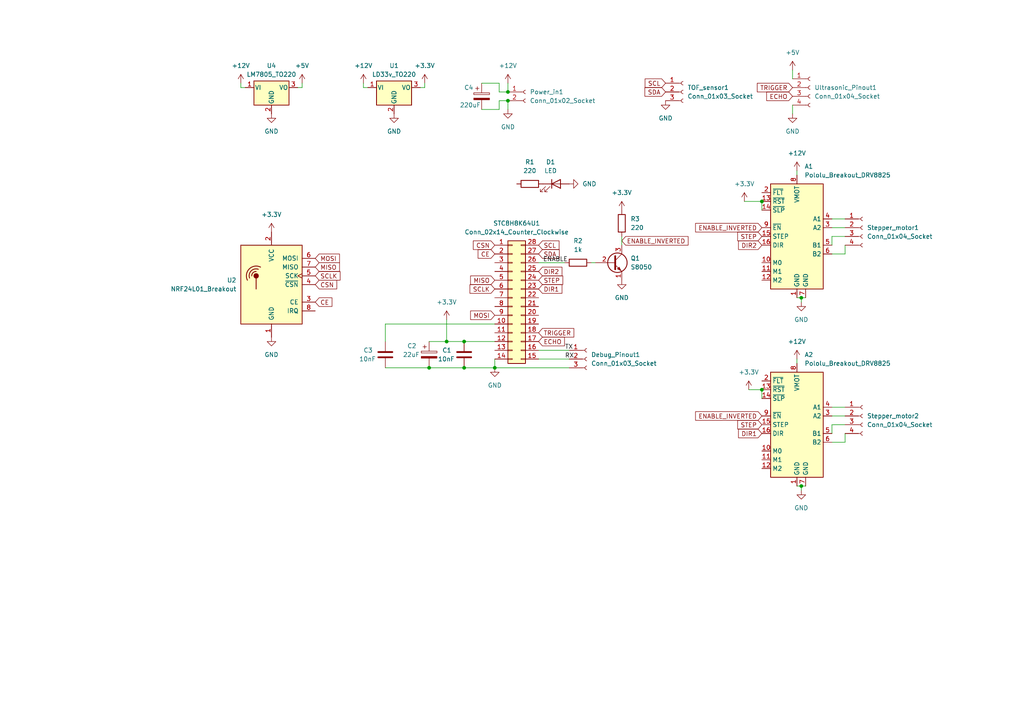
<source format=kicad_sch>
(kicad_sch (version 20230121) (generator eeschema)
  (paper "A4")
  (lib_symbols
    (symbol "Connector:Conn_01x02_Socket" (pin_names (offset 1.016) hide)
      (property "Reference" "J" (at 0 2.54 0))
      (property "Value" "Conn_01x02_Socket" (at 0 -5.08 0))
      (symbol "Conn_01x02_Socket_1_1"
        (arc (start 0 -2.032) (mid -0.5058 -2.54) (end 0 -3.048) (stroke (width 0.1524)))
        (polyline (pts (xy -1.27 -2.54) (xy -0.508 -2.54)) (stroke (width 0.1524)))
        (polyline (pts (xy -1.27 0) (xy -0.508 0)) (stroke (width 0.1524)))
        (arc (start 0 0.508) (mid -0.5058 0) (end 0 -0.508) (stroke (width 0.1524)))
        (pin passive line (at -5.08 0 0) (length 3.81) (name "Pin_1") (number "1"))
        (pin passive line (at -5.08 -2.54 0) (length 3.81) (name "Pin_2") (number "2"))
      )
    )
    (symbol "Connector:Conn_01x03_Socket" (pin_names (offset 1.016) hide)
      (property "Reference" "J" (at 0 5.08 0))
      (property "Value" "Conn_01x03_Socket" (at 0 -5.08 0))
      (symbol "Conn_01x03_Socket_1_1"
        (arc (start 0 -2.032) (mid -0.5058 -2.54) (end 0 -3.048) (stroke (width 0.1524)))
        (polyline (pts (xy -1.27 -2.54) (xy -0.508 -2.54)) (stroke (width 0.1524)))
        (polyline (pts (xy -1.27 0) (xy -0.508 0)) (stroke (width 0.1524)))
        (polyline (pts (xy -1.27 2.54) (xy -0.508 2.54)) (stroke (width 0.1524)))
        (arc (start 0 0.508) (mid -0.5058 0) (end 0 -0.508) (stroke (width 0.1524)))
        (arc (start 0 3.048) (mid -0.5058 2.54) (end 0 2.032) (stroke (width 0.1524)))
        (pin passive line (at -5.08 2.54 0) (length 3.81) (name "Pin_1") (number "1"))
        (pin passive line (at -5.08 0 0) (length 3.81) (name "Pin_2") (number "2"))
        (pin passive line (at -5.08 -2.54 0) (length 3.81) (name "Pin_3") (number "3"))
      )
    )
    (symbol "Connector:Conn_01x04_Socket" (pin_names (offset 1.016) hide)
      (property "Reference" "J" (at 0 5.08 0))
      (property "Value" "Conn_01x04_Socket" (at 0 -7.62 0))
      (symbol "Conn_01x04_Socket_1_1"
        (arc (start 0 -4.572) (mid -0.5058 -5.08) (end 0 -5.588) (stroke (width 0.1524)))
        (arc (start 0 -2.032) (mid -0.5058 -2.54) (end 0 -3.048) (stroke (width 0.1524)))
        (polyline (pts (xy -1.27 -5.08) (xy -0.508 -5.08)) (stroke (width 0.1524)))
        (polyline (pts (xy -1.27 -2.54) (xy -0.508 -2.54)) (stroke (width 0.1524)))
        (polyline (pts (xy -1.27 0) (xy -0.508 0)) (stroke (width 0.1524)))
        (polyline (pts (xy -1.27 2.54) (xy -0.508 2.54)) (stroke (width 0.1524)))
        (arc (start 0 0.508) (mid -0.5058 0) (end 0 -0.508) (stroke (width 0.1524)))
        (arc (start 0 3.048) (mid -0.5058 2.54) (end 0 2.032) (stroke (width 0.1524)))
        (pin passive line (at -5.08 2.54 0) (length 3.81) (name "Pin_1") (number "1"))
        (pin passive line (at -5.08 0 0) (length 3.81) (name "Pin_2") (number "2"))
        (pin passive line (at -5.08 -2.54 0) (length 3.81) (name "Pin_3") (number "3"))
        (pin passive line (at -5.08 -5.08 0) (length 3.81) (name "Pin_4") (number "4"))
      )
    )
    (symbol "Connector_Generic:Conn_02x14_Counter_Clockwise" (pin_names (offset 1.016) hide)
      (property "Reference" "J" (at 1.27 17.78 0))
      (property "Value" "Conn_02x14_Counter_Clockwise" (at 1.27 -20.32 0))
      (symbol "Conn_02x14_Counter_Clockwise_1_1"
        (rectangle (start -1.27 -17.653) (end 0 -17.907) (stroke (width 0.1524)))
        (rectangle (start -1.27 -15.113) (end 0 -15.367) (stroke (width 0.1524)))
        (rectangle (start -1.27 -12.573) (end 0 -12.827) (stroke (width 0.1524)))
        (rectangle (start -1.27 -10.033) (end 0 -10.287) (stroke (width 0.1524)))
        (rectangle (start -1.27 -7.493) (end 0 -7.747) (stroke (width 0.1524)))
        (rectangle (start -1.27 -4.953) (end 0 -5.207) (stroke (width 0.1524)))
        (rectangle (start -1.27 -2.413) (end 0 -2.667) (stroke (width 0.1524)))
        (rectangle (start -1.27 0.127) (end 0 -0.127) (stroke (width 0.1524)))
        (rectangle (start -1.27 2.667) (end 0 2.413) (stroke (width 0.1524)))
        (rectangle (start -1.27 5.207) (end 0 4.953) (stroke (width 0.1524)))
        (rectangle (start -1.27 7.747) (end 0 7.493) (stroke (width 0.1524)))
        (rectangle (start -1.27 10.287) (end 0 10.033) (stroke (width 0.1524)))
        (rectangle (start -1.27 12.827) (end 0 12.573) (stroke (width 0.1524)))
        (rectangle (start -1.27 15.367) (end 0 15.113) (stroke (width 0.1524)))
        (rectangle (start -1.27 16.51) (end 3.81 -19.05) (stroke (width 0.254)) (fill (type background)))
        (rectangle (start 3.81 -17.653) (end 2.54 -17.907) (stroke (width 0.1524)))
        (rectangle (start 3.81 -15.113) (end 2.54 -15.367) (stroke (width 0.1524)))
        (rectangle (start 3.81 -12.573) (end 2.54 -12.827) (stroke (width 0.1524)))
        (rectangle (start 3.81 -10.033) (end 2.54 -10.287) (stroke (width 0.1524)))
        (rectangle (start 3.81 -7.493) (end 2.54 -7.747) (stroke (width 0.1524)))
        (rectangle (start 3.81 -4.953) (end 2.54 -5.207) (stroke (width 0.1524)))
        (rectangle (start 3.81 -2.413) (end 2.54 -2.667) (stroke (width 0.1524)))
        (rectangle (start 3.81 0.127) (end 2.54 -0.127) (stroke (width 0.1524)))
        (rectangle (start 3.81 2.667) (end 2.54 2.413) (stroke (width 0.1524)))
        (rectangle (start 3.81 5.207) (end 2.54 4.953) (stroke (width 0.1524)))
        (rectangle (start 3.81 7.747) (end 2.54 7.493) (stroke (width 0.1524)))
        (rectangle (start 3.81 10.287) (end 2.54 10.033) (stroke (width 0.1524)))
        (rectangle (start 3.81 12.827) (end 2.54 12.573) (stroke (width 0.1524)))
        (rectangle (start 3.81 15.367) (end 2.54 15.113) (stroke (width 0.1524)))
        (pin passive line (at -5.08 15.24 0) (length 3.81) (name "Pin_1") (number "1"))
        (pin passive line (at -5.08 -7.62 0) (length 3.81) (name "Pin_10") (number "10"))
        (pin passive line (at -5.08 -10.16 0) (length 3.81) (name "Pin_11") (number "11"))
        (pin passive line (at -5.08 -12.7 0) (length 3.81) (name "Pin_12") (number "12"))
        (pin passive line (at -5.08 -15.24 0) (length 3.81) (name "Pin_13") (number "13"))
        (pin passive line (at -5.08 -17.78 0) (length 3.81) (name "Pin_14") (number "14"))
        (pin passive line (at 7.62 -17.78 180) (length 3.81) (name "Pin_15") (number "15"))
        (pin passive line (at 7.62 -15.24 180) (length 3.81) (name "Pin_16") (number "16"))
        (pin passive line (at 7.62 -12.7 180) (length 3.81) (name "Pin_17") (number "17"))
        (pin passive line (at 7.62 -10.16 180) (length 3.81) (name "Pin_18") (number "18"))
        (pin passive line (at 7.62 -7.62 180) (length 3.81) (name "Pin_19") (number "19"))
        (pin passive line (at -5.08 12.7 0) (length 3.81) (name "Pin_2") (number "2"))
        (pin passive line (at 7.62 -5.08 180) (length 3.81) (name "Pin_20") (number "20"))
        (pin passive line (at 7.62 -2.54 180) (length 3.81) (name "Pin_21") (number "21"))
        (pin passive line (at 7.62 0 180) (length 3.81) (name "Pin_22") (number "22"))
        (pin passive line (at 7.62 2.54 180) (length 3.81) (name "Pin_23") (number "23"))
        (pin passive line (at 7.62 5.08 180) (length 3.81) (name "Pin_24") (number "24"))
        (pin passive line (at 7.62 7.62 180) (length 3.81) (name "Pin_25") (number "25"))
        (pin passive line (at 7.62 10.16 180) (length 3.81) (name "Pin_26") (number "26"))
        (pin passive line (at 7.62 12.7 180) (length 3.81) (name "Pin_27") (number "27"))
        (pin passive line (at 7.62 15.24 180) (length 3.81) (name "Pin_28") (number "28"))
        (pin passive line (at -5.08 10.16 0) (length 3.81) (name "Pin_3") (number "3"))
        (pin passive line (at -5.08 7.62 0) (length 3.81) (name "Pin_4") (number "4"))
        (pin passive line (at -5.08 5.08 0) (length 3.81) (name "Pin_5") (number "5"))
        (pin passive line (at -5.08 2.54 0) (length 3.81) (name "Pin_6") (number "6"))
        (pin passive line (at -5.08 0 0) (length 3.81) (name "Pin_7") (number "7"))
        (pin passive line (at -5.08 -2.54 0) (length 3.81) (name "Pin_8") (number "8"))
        (pin passive line (at -5.08 -5.08 0) (length 3.81) (name "Pin_9") (number "9"))
      )
    )
    (symbol "Device:C" (pin_numbers hide) (pin_names (offset 0.254))
      (property "Reference" "C" (at 0.635 2.54 0))
      (property "Value" "C" (at 0.635 -2.54 0))
      (symbol "C_0_1"
        (polyline (pts (xy -2.032 -0.762) (xy 2.032 -0.762)) (stroke (width 0.508)))
        (polyline (pts (xy -2.032 0.762) (xy 2.032 0.762)) (stroke (width 0.508)))
      )
      (symbol "C_1_1"
        (pin passive line (at 0 3.81 270) (length 2.794) (name "~") (number "1"))
        (pin passive line (at 0 -3.81 90) (length 2.794) (name "~") (number "2"))
      )
    )
    (symbol "Device:C_Polarized" (pin_numbers hide) (pin_names (offset 0.254))
      (property "Reference" "C" (at 0.635 2.54 0))
      (property "Value" "C_Polarized" (at 0.635 -2.54 0))
      (symbol "C_Polarized_0_1"
        (rectangle (start -2.286 0.508) (end 2.286 1.016))
        (polyline (pts (xy -1.778 2.286) (xy -0.762 2.286)))
        (polyline (pts (xy -1.27 2.794) (xy -1.27 1.778)))
        (rectangle (start 2.286 -0.508) (end -2.286 -1.016) (fill (type outline)))
      )
      (symbol "C_Polarized_1_1"
        (pin passive line (at 0 3.81 270) (length 2.794) (name "~") (number "1"))
        (pin passive line (at 0 -3.81 90) (length 2.794) (name "~") (number "2"))
      )
    )
    (symbol "Device:LED" (pin_numbers hide) (pin_names (offset 1.016) hide)
      (property "Reference" "D" (at 0 2.54 0))
      (property "Value" "LED" (at 0 -2.54 0))
      (symbol "LED_0_1"
        (polyline (pts (xy -1.27 -1.27) (xy -1.27 1.27)) (stroke (width 0.254)))
        (polyline (pts (xy -1.27 0) (xy 1.27 0)))
        (polyline (pts (xy 1.27 -1.27) (xy 1.27 1.27) (xy -1.27 0) (xy 1.27 -1.27)) (stroke (width 0.254)))
        (polyline (pts (xy -3.048 -0.762) (xy -4.572 -2.286) (xy -3.81 -2.286) (xy -4.572 -2.286) (xy -4.572 -1.524)))
        (polyline (pts (xy -1.778 -0.762) (xy -3.302 -2.286) (xy -2.54 -2.286) (xy -3.302 -2.286) (xy -3.302 -1.524)))
      )
      (symbol "LED_1_1"
        (pin passive line (at -3.81 0 0) (length 2.54) (name "K") (number "1"))
        (pin passive line (at 3.81 0 180) (length 2.54) (name "A") (number "2"))
      )
    )
    (symbol "Device:R" (pin_numbers hide) (pin_names (offset 0))
      (property "Reference" "R" (at 2.032 0 90))
      (property "Value" "R" (at 0 0 90))
      (symbol "R_0_1"
        (rectangle (start -1.016 -2.54) (end 1.016 2.54) (stroke (width 0.254)))
      )
      (symbol "R_1_1"
        (pin passive line (at 0 3.81 270) (length 1.27) (name "~") (number "1"))
        (pin passive line (at 0 -3.81 90) (length 1.27) (name "~") (number "2"))
      )
    )
    (symbol "Driver_Motor:Pololu_Breakout_DRV8825"
      (property "Reference" "A" (at -2.54 16.51 0))
      (property "Value" "Pololu_Breakout_DRV8825" (at -2.54 13.97 0))
      (symbol "Pololu_Breakout_DRV8825_0_1"
        (rectangle (start 7.62 -17.78) (end -7.62 12.7) (stroke (width 0.254)) (fill (type background)))
      )
      (symbol "Pololu_Breakout_DRV8825_1_1"
        (pin power_in line (at 0 -20.32 90) (length 2.54) (name "GND") (number "1"))
        (pin input line (at -10.16 -10.16 0) (length 2.54) (name "M0") (number "10"))
        (pin input line (at -10.16 -12.7 0) (length 2.54) (name "M1") (number "11"))
        (pin input line (at -10.16 -15.24 0) (length 2.54) (name "M2") (number "12"))
        (pin input line (at -10.16 7.62 0) (length 2.54) (name "~{RST}") (number "13"))
        (pin input line (at -10.16 5.08 0) (length 2.54) (name "~{SLP}") (number "14"))
        (pin input line (at -10.16 -2.54 0) (length 2.54) (name "STEP") (number "15"))
        (pin input line (at -10.16 -5.08 0) (length 2.54) (name "DIR") (number "16"))
        (pin output line (at -10.16 10.16 0) (length 2.54) (name "~{FLT}") (number "2"))
        (pin output line (at 10.16 0 180) (length 2.54) (name "A2") (number "3"))
        (pin output line (at 10.16 2.54 180) (length 2.54) (name "A1") (number "4"))
        (pin output line (at 10.16 -5.08 180) (length 2.54) (name "B1") (number "5"))
        (pin output line (at 10.16 -7.62 180) (length 2.54) (name "B2") (number "6"))
        (pin power_in line (at 2.54 -20.32 90) (length 2.54) (name "GND") (number "7"))
        (pin power_in line (at 0 15.24 270) (length 2.54) (name "VMOT") (number "8"))
        (pin input line (at -10.16 0 0) (length 2.54) (name "~{EN}") (number "9"))
      )
    )
    (symbol "RF:NRF24L01_Breakout" (pin_names (offset 1.016))
      (property "Reference" "U" (at -8.89 12.7 0))
      (property "Value" "NRF24L01_Breakout" (at 3.81 12.7 0))
      (symbol "NRF24L01_Breakout_0_1"
        (rectangle (start -8.89 11.43) (end 8.89 -11.43) (stroke (width 0.254)) (fill (type background)))
        (polyline (pts (xy 4.445 1.905) (xy 4.445 -1.27)) (stroke (width 0.254)))
        (circle (center 4.445 2.54) (radius 0.635) (stroke (width 0.254)) (fill (type outline)))
        (arc (start 5.715 2.54) (mid 5.3521 3.4546) (end 4.445 3.81) (stroke (width 0.254)))
        (arc (start 6.35 1.905) (mid 5.8763 3.9854) (end 3.81 4.445) (stroke (width 0.254)))
        (arc (start 6.985 1.27) (mid 6.453 4.548) (end 3.175 5.08) (stroke (width 0.254)))
      )
      (symbol "NRF24L01_Breakout_1_1"
        (pin power_in line (at 0 -15.24 90) (length 3.81) (name "GND") (number "1"))
        (pin power_in line (at 0 15.24 270) (length 3.81) (name "VCC") (number "2"))
        (pin input line (at -12.7 -5.08 0) (length 3.81) (name "CE") (number "3"))
        (pin input line (at -12.7 0 0) (length 3.81) (name "~{CSN}") (number "4"))
        (pin input clock (at -12.7 2.54 0) (length 3.81) (name "SCK") (number "5"))
        (pin input line (at -12.7 7.62 0) (length 3.81) (name "MOSI") (number "6"))
        (pin output line (at -12.7 5.08 0) (length 3.81) (name "MISO") (number "7"))
        (pin output line (at -12.7 -7.62 0) (length 3.81) (name "IRQ") (number "8"))
      )
    )
    (symbol "Regulator_Linear:LM7805_TO220" (pin_names (offset 0.254))
      (property "Reference" "U" (at -3.81 3.175 0))
      (property "Value" "LM7805_TO220" (at 0 3.175 0))
      (symbol "LM7805_TO220_0_1"
        (rectangle (start -5.08 1.905) (end 5.08 -5.08) (stroke (width 0.254)) (fill (type background)))
      )
      (symbol "LM7805_TO220_1_1"
        (pin power_in line (at -7.62 0 0) (length 2.54) (name "VI") (number "1"))
        (pin power_in line (at 0 -7.62 90) (length 2.54) (name "GND") (number "2"))
        (pin power_out line (at 7.62 0 180) (length 2.54) (name "VO") (number "3"))
      )
    )
    (symbol "Transistor_BJT:S8050" (pin_names (offset 0) hide)
      (property "Reference" "Q" (at 5.08 1.905 0))
      (property "Value" "S8050" (at 5.08 0 0))
      (symbol "S8050_0_1"
        (polyline (pts (xy 0 0) (xy 0.635 0)))
        (polyline (pts (xy 0.635 0.635) (xy 2.54 2.54)))
        (polyline (pts (xy 0.635 -0.635) (xy 2.54 -2.54) (xy 2.54 -2.54)))
        (polyline (pts (xy 0.635 1.905) (xy 0.635 -1.905) (xy 0.635 -1.905)) (stroke (width 0.508)))
        (polyline (pts (xy 1.27 -1.778) (xy 1.778 -1.27) (xy 2.286 -2.286) (xy 1.27 -1.778) (xy 1.27 -1.778)) (fill (type outline)))
        (circle (center 1.27 0) (radius 2.8194) (stroke (width 0.254)))
      )
      (symbol "S8050_1_1"
        (pin passive line (at 2.54 -5.08 90) (length 2.54) (name "E") (number "1"))
        (pin input line (at -5.08 0 0) (length 5.08) (name "B") (number "2"))
        (pin passive line (at 2.54 5.08 270) (length 2.54) (name "C") (number "3"))
      )
    )
    (symbol "power:+12V" (power) (pin_names (offset 0))
      (property "Value" "+12V" (at 0 3.556 0))
      (symbol "+12V_0_1"
        (polyline (pts (xy -0.762 1.27) (xy 0 2.54)))
        (polyline (pts (xy 0 0) (xy 0 2.54)))
        (polyline (pts (xy 0 2.54) (xy 0.762 1.27)))
      )
      (symbol "+12V_1_1"
        (pin power_in line (at 0 0 90) (length 0) hide (name "+12V") (number "1"))
      )
    )
    (symbol "power:+3.3V" (power) (pin_names (offset 0))
      (property "Value" "+3.3V" (at 0 3.556 0))
      (symbol "+3.3V_0_1"
        (polyline (pts (xy -0.762 1.27) (xy 0 2.54)))
        (polyline (pts (xy 0 0) (xy 0 2.54)))
        (polyline (pts (xy 0 2.54) (xy 0.762 1.27)))
      )
      (symbol "+3.3V_1_1"
        (pin power_in line (at 0 0 90) (length 0) hide (name "+3.3V") (number "1"))
      )
    )
    (symbol "power:+5V" (power) (pin_names (offset 0))
      (property "Value" "+5V" (at 0 3.556 0))
      (symbol "+5V_0_1"
        (polyline (pts (xy -0.762 1.27) (xy 0 2.54)))
        (polyline (pts (xy 0 0) (xy 0 2.54)))
        (polyline (pts (xy 0 2.54) (xy 0.762 1.27)))
      )
      (symbol "+5V_1_1"
        (pin power_in line (at 0 0 90) (length 0) hide (name "+5V") (number "1"))
      )
    )
    (symbol "power:GND" (power) (pin_names (offset 0))
      (property "Value" "GND" (at 0 -3.81 0))
      (symbol "GND_0_1"
        (polyline (pts (xy 0 0) (xy 0 -1.27) (xy 1.27 -1.27) (xy 0 -2.54) (xy -1.27 -1.27) (xy 0 -1.27)))
      )
      (symbol "GND_1_1"
        (pin power_in line (at 0 0 270) (length 0) hide (name "GND") (number "1"))
      )
    )
  )
  (junction (at 134.62 106.68))
  (junction (at 143.51 106.68))
  (junction (at 129.54 99.06))
  (junction (at 147.32 29.21))
  (junction (at 124.46 106.68))
  (junction (at 220.98 113.03))
  (junction (at 134.62 99.06))
  (junction (at 220.98 58.42))
  (junction (at 232.41 86.36))
  (junction (at 147.32 26.67))
  (junction (at 232.41 140.97))
  (wire (pts (xy 156.21 104.14) (xy 165.1 104.14)))
  (wire (pts (xy 87.63 24.13) (xy 87.63 25.4)))
  (wire (pts (xy 241.3 118.11) (xy 245.11 118.11)))
  (wire (pts (xy 124.46 106.68) (xy 134.62 106.68)))
  (wire (pts (xy 144.78 31.75) (xy 139.7 31.75)))
  (wire (pts (xy 241.3 68.58) (xy 241.3 71.12)))
  (wire (pts (xy 229.87 30.48) (xy 229.87 33.02)))
  (wire (pts (xy 124.46 99.06) (xy 129.54 99.06)))
  (wire (pts (xy 111.76 106.68) (xy 124.46 106.68)))
  (wire (pts (xy 143.51 104.14) (xy 143.51 106.68)))
  (wire (pts (xy 144.78 24.13) (xy 144.78 26.67)))
  (wire (pts (xy 134.62 106.68) (xy 143.51 106.68)))
  (wire (pts (xy 220.98 113.03) (xy 220.98 115.57)))
  (wire (pts (xy 241.3 63.5) (xy 245.11 63.5)))
  (wire (pts (xy 139.7 24.13) (xy 144.78 24.13)))
  (wire (pts (xy 232.41 86.36) (xy 233.68 86.36)))
  (wire (pts (xy 105.41 24.13) (xy 105.41 25.4)))
  (wire (pts (xy 147.32 29.21) (xy 147.32 31.75)))
  (wire (pts (xy 134.62 99.06) (xy 143.51 99.06)))
  (wire (pts (xy 129.54 99.06) (xy 134.62 99.06)))
  (wire (pts (xy 129.54 92.71) (xy 129.54 99.06)))
  (wire (pts (xy 232.41 140.97) (xy 232.41 142.24)))
  (wire (pts (xy 144.78 26.67) (xy 147.32 26.67)))
  (wire (pts (xy 69.85 24.13) (xy 69.85 25.4)))
  (wire (pts (xy 241.3 66.04) (xy 245.11 66.04)))
  (wire (pts (xy 241.3 120.65) (xy 245.11 120.65)))
  (wire (pts (xy 143.51 93.98) (xy 111.76 93.98)))
  (wire (pts (xy 144.78 29.21) (xy 144.78 31.75)))
  (wire (pts (xy 232.41 140.97) (xy 233.68 140.97)))
  (wire (pts (xy 231.14 104.14) (xy 231.14 105.41)))
  (wire (pts (xy 123.19 24.13) (xy 123.19 25.4)))
  (wire (pts (xy 229.87 20.32) (xy 229.87 22.86)))
  (wire (pts (xy 171.45 76.2) (xy 172.72 76.2)))
  (wire (pts (xy 156.21 76.2) (xy 163.83 76.2)))
  (wire (pts (xy 232.41 86.36) (xy 232.41 87.63)))
  (wire (pts (xy 245.11 68.58) (xy 241.3 68.58)))
  (wire (pts (xy 231.14 140.97) (xy 232.41 140.97)))
  (wire (pts (xy 147.32 24.13) (xy 147.32 26.67)))
  (wire (pts (xy 245.11 73.66) (xy 241.3 73.66)))
  (wire (pts (xy 87.63 25.4) (xy 86.36 25.4)))
  (wire (pts (xy 217.17 113.03) (xy 220.98 113.03)))
  (wire (pts (xy 245.11 123.19) (xy 241.3 123.19)))
  (wire (pts (xy 123.19 25.4) (xy 121.92 25.4)))
  (wire (pts (xy 231.14 86.36) (xy 232.41 86.36)))
  (wire (pts (xy 231.14 49.53) (xy 231.14 50.8)))
  (wire (pts (xy 245.11 128.27) (xy 241.3 128.27)))
  (wire (pts (xy 147.32 29.21) (xy 144.78 29.21)))
  (wire (pts (xy 180.34 68.58) (xy 180.34 71.12)))
  (wire (pts (xy 69.85 25.4) (xy 71.12 25.4)))
  (wire (pts (xy 156.21 101.6) (xy 165.1 101.6)))
  (wire (pts (xy 106.68 25.4) (xy 105.41 25.4)))
  (wire (pts (xy 111.76 93.98) (xy 111.76 99.06)))
  (wire (pts (xy 220.98 58.42) (xy 220.98 60.96)))
  (wire (pts (xy 245.11 125.73) (xy 245.11 128.27)))
  (wire (pts (xy 215.9 58.42) (xy 220.98 58.42)))
  (wire (pts (xy 245.11 71.12) (xy 245.11 73.66)))
  (wire (pts (xy 241.3 123.19) (xy 241.3 125.73)))
  (wire (pts (xy 165.1 106.68) (xy 143.51 106.68)))
  (label "RX" (at 163.83 104.14 0))
  (label "ENABLE" (at 157.48 76.2 0))
  (label "TX" (at 163.83 101.6 0))
  (global_label "DIR2" (shape input) (at 220.98 71.12 180) (property "Intersheetrefs" "${INTERSHEET_REFS}" (effects hide)))
  (global_label "CSN" (shape input) (at 143.51 71.12 180) (property "Intersheetrefs" "${INTERSHEET_REFS}" (effects hide)))
  (global_label "CE" (shape input) (at 143.51 73.66 180) (property "Intersheetrefs" "${INTERSHEET_REFS}" (effects hide)))
  (global_label "ENABLE_INVERTED" (shape input) (at 180.34 69.85 0) (property "Intersheetrefs" "${INTERSHEET_REFS}" (effects hide)))
  (global_label "CE" (shape input) (at 91.44 87.63 0) (property "Intersheetrefs" "${INTERSHEET_REFS}" (effects hide)))
  (global_label "SCL" (shape input) (at 193.04 24.13 180) (property "Intersheetrefs" "${INTERSHEET_REFS}" (effects hide)))
  (global_label "STEP" (shape input) (at 220.98 123.19 180) (property "Intersheetrefs" "${INTERSHEET_REFS}" (effects hide)))
  (global_label "SCLK" (shape input) (at 91.44 80.01 0) (property "Intersheetrefs" "${INTERSHEET_REFS}" (effects hide)))
  (global_label "TRIGGER" (shape input) (at 156.21 96.52 0) (property "Intersheetrefs" "${INTERSHEET_REFS}" (effects hide)))
  (global_label "ENABLE_INVERTED" (shape input) (at 220.98 66.04 180) (property "Intersheetrefs" "${INTERSHEET_REFS}" (effects hide)))
  (global_label "SCL" (shape input) (at 156.21 71.12 0) (property "Intersheetrefs" "${INTERSHEET_REFS}" (effects hide)))
  (global_label "STEP" (shape input) (at 220.98 68.58 180) (property "Intersheetrefs" "${INTERSHEET_REFS}" (effects hide)))
  (global_label "CSN" (shape input) (at 91.44 82.55 0) (property "Intersheetrefs" "${INTERSHEET_REFS}" (effects hide)))
  (global_label "TRIGGER" (shape input) (at 229.87 25.4 180) (property "Intersheetrefs" "${INTERSHEET_REFS}" (effects hide)))
  (global_label "SCLK" (shape input) (at 143.51 83.82 180) (property "Intersheetrefs" "${INTERSHEET_REFS}" (effects hide)))
  (global_label "MISO" (shape input) (at 91.44 77.47 0) (property "Intersheetrefs" "${INTERSHEET_REFS}" (effects hide)))
  (global_label "DIR2" (shape input) (at 156.21 78.74 0) (property "Intersheetrefs" "${INTERSHEET_REFS}" (effects hide)))
  (global_label "STEP" (shape input) (at 156.21 81.28 0) (property "Intersheetrefs" "${INTERSHEET_REFS}" (effects hide)))
  (global_label "MISO" (shape input) (at 143.51 81.28 180) (property "Intersheetrefs" "${INTERSHEET_REFS}" (effects hide)))
  (global_label "SDA" (shape input) (at 156.21 73.66 0) (property "Intersheetrefs" "${INTERSHEET_REFS}" (effects hide)))
  (global_label "MOSI" (shape input) (at 143.51 91.44 180) (property "Intersheetrefs" "${INTERSHEET_REFS}" (effects hide)))
  (global_label "ECHO" (shape input) (at 156.21 99.06 0) (property "Intersheetrefs" "${INTERSHEET_REFS}" (effects hide)))
  (global_label "SDA" (shape input) (at 193.04 26.67 180) (property "Intersheetrefs" "${INTERSHEET_REFS}" (effects hide)))
  (global_label "ECHO" (shape input) (at 229.87 27.94 180) (property "Intersheetrefs" "${INTERSHEET_REFS}" (effects hide)))
  (global_label "DIR1" (shape input) (at 156.21 83.82 0) (property "Intersheetrefs" "${INTERSHEET_REFS}" (effects hide)))
  (global_label "MOSI" (shape input) (at 91.44 74.93 0) (property "Intersheetrefs" "${INTERSHEET_REFS}" (effects hide)))
  (global_label "DIR1" (shape input) (at 220.98 125.73 180) (property "Intersheetrefs" "${INTERSHEET_REFS}" (effects hide)))
  (global_label "ENABLE_INVERTED" (shape input) (at 220.98 120.65 180) (property "Intersheetrefs" "${INTERSHEET_REFS}" (effects hide)))
  (symbol (lib_id "power:+12V") (at 105.41 24.13 0) (unit 1)
    (property "Reference" "#PWR016" (effects hide))
    (property "Value" "+12V" (at 105.41 19.05 0))
  )
  (symbol (lib_id "power:GND") (at 229.87 33.02 0) (unit 1)
    (property "Reference" "#PWR010" (effects hide))
    (property "Value" "GND" (at 229.87 38.1 0))
  )
  (symbol (lib_id "power:+3.3V") (at 217.17 113.03 0) (unit 1)
    (property "Reference" "#PWR023" (effects hide))
    (property "Value" "+3.3V" (at 217.17 107.95 0))
  )
  (symbol (lib_id "power:+3.3V") (at 123.19 24.13 0) (unit 1)
    (property "Reference" "#PWR04" (effects hide))
    (property "Value" "+3.3V" (at 123.19 19.05 0))
  )
  (symbol (lib_id "Device:C") (at 111.76 102.87 180) (unit 1)
    (property "Reference" "C3" (at 105.41 101.6 0) (effects (justify right)))
    (property "Value" "10nF" (at 104.14 104.14 0) (effects (justify right)))
    (property "Footprint" "Capacitor_THT:C_Disc_D5.0mm_W2.5mm_P2.50mm" (effects hide))
  )
  (symbol (lib_id "Transistor_BJT:S8050") (at 177.8 76.2 0) (unit 1)
    (property "Reference" "Q1" (at 182.88 74.93 0) (effects (justify left)))
    (property "Value" "S8050" (at 182.88 77.47 0) (effects (justify left)))
    (property "Footprint" "Package_TO_SOT_THT:TO-92_Inline" (effects hide))
    (property "Datasheet" "http://www.unisonic.com.tw/datasheet/S8050.pdf" (effects hide))
  )
  (symbol (lib_id "power:GND") (at 78.74 97.79 0) (unit 1)
    (property "Reference" "#PWR012" (effects hide))
    (property "Value" "GND" (at 78.74 102.87 0))
  )
  (symbol (lib_id "power:+3.3V") (at 215.9 58.42 0) (unit 1)
    (property "Reference" "#PWR022" (effects hide))
    (property "Value" "+3.3V" (at 215.9 53.34 0))
  )
  (symbol (lib_id "RF:NRF24L01_Breakout") (at 78.74 82.55 0) (mirror y) (unit 1)
    (property "Reference" "U2" (at 68.58 81.28 0) (effects (justify left)))
    (property "Value" "NRF24L01_Breakout" (at 68.58 83.82 0) (effects (justify left)))
    (property "Footprint" "RF_Module:nRF24L01_Breakout" (effects hide))
    (property "Datasheet" "http://www.nordicsemi.com/eng/content/download/2730/34105/file/nRF24L01_Product_Specification_v2_0.pdf" (effects hide))
  )
  (symbol (lib_id "power:GND") (at 143.51 106.68 0) (unit 1)
    (property "Reference" "#PWR011" (effects hide))
    (property "Value" "GND" (at 143.51 111.76 0))
  )
  (symbol (lib_id "Device:R") (at 180.34 64.77 180) (unit 1)
    (property "Reference" "R3" (at 182.88 63.5 0) (effects (justify right)))
    (property "Value" "220" (at 182.88 66.04 0) (effects (justify right)))
    (property "Footprint" "Resistor_THT:R_Axial_DIN0207_L6.3mm_D2.5mm_P7.62mm_Horizontal" (effects hide))
  )
  (symbol (lib_id "Connector:Conn_01x03_Socket") (at 198.12 26.67 0) (unit 1)
    (property "Reference" "TOF_sensor1" (at 199.39 25.4 0) (effects (justify left)))
    (property "Value" "Conn_01x03_Socket" (at 199.39 27.94 0) (effects (justify left)))
    (property "Footprint" "Connector_PinSocket_2.54mm:PinSocket_1x03_P2.54mm_Vertical" (effects hide))
  )
  (symbol (lib_id "power:+3.3V") (at 78.74 67.31 0) (unit 1)
    (property "Reference" "#PWR013" (effects hide))
    (property "Value" "+3.3V" (at 78.74 62.23 0))
  )
  (symbol (lib_id "Device:LED") (at 161.29 53.34 0) (unit 1)
    (property "Reference" "D1" (at 159.7025 46.99 0))
    (property "Value" "LED" (at 159.7025 49.53 0))
    (property "Footprint" "LED_THT:LED_D3.0mm" (effects hide))
  )
  (symbol (lib_id "Connector:Conn_01x04_Socket") (at 250.19 120.65 0) (unit 1)
    (property "Reference" "Stepper_motor2" (at 251.46 120.65 0) (effects (justify left)))
    (property "Value" "Conn_01x04_Socket" (at 251.46 123.19 0) (effects (justify left)))
    (property "Footprint" "Connector_JST:JST_EH_B4B-EH-A_1x04_P2.50mm_Vertical" (effects hide))
  )
  (symbol (lib_id "power:GND") (at 78.74 33.02 0) (unit 1)
    (property "Reference" "#PWR015" (effects hide))
    (property "Value" "GND" (at 78.74 38.1 0))
  )
  (symbol (lib_id "Regulator_Linear:LM7805_TO220") (at 78.74 25.4 0) (unit 1)
    (property "Reference" "U4" (at 78.74 19.05 0))
    (property "Value" "LM7805_TO220" (at 78.74 21.59 0))
    (property "Footprint" "Package_TO_SOT_THT:TO-220-3_Vertical" (effects hide))
    (property "Datasheet" "https://www.onsemi.cn/PowerSolutions/document/MC7800-D.PDF" (effects hide))
  )
  (symbol (lib_id "Device:R") (at 167.64 76.2 90) (unit 1)
    (property "Reference" "R2" (at 167.64 69.85 90))
    (property "Value" "1k" (at 167.64 72.39 90))
    (property "Footprint" "Resistor_THT:R_Axial_DIN0207_L6.3mm_D2.5mm_P7.62mm_Horizontal" (effects hide))
  )
  (symbol (lib_id "power:GND") (at 180.34 81.28 0) (unit 1)
    (property "Reference" "#PWR021" (effects hide))
    (property "Value" "GND" (at 180.34 86.36 0))
  )
  (symbol (lib_id "power:+5V") (at 87.63 24.13 0) (unit 1)
    (property "Reference" "#PWR03" (effects hide))
    (property "Value" "+5V" (at 87.63 19.05 0))
  )
  (symbol (lib_id "power:+12V") (at 231.14 104.14 0) (unit 1)
    (property "Reference" "#PWR08" (effects hide))
    (property "Value" "+12V" (at 231.14 99.06 0))
  )
  (symbol (lib_id "Device:C_Polarized") (at 124.46 102.87 0) (unit 1)
    (property "Reference" "C2" (at 118.11 100.33 0) (effects (justify left)))
    (property "Value" "22uF" (at 116.84 102.87 0) (effects (justify left)))
    (property "Footprint" "Capacitor_THT:CP_Radial_D5.0mm_P2.00mm" (effects hide))
  )
  (symbol (lib_id "Connector:Conn_01x04_Socket") (at 234.95 25.4 0) (unit 1)
    (property "Reference" "Ultrasonic_Pinout1" (at 236.22 25.4 0) (effects (justify left)))
    (property "Value" "Conn_01x04_Socket" (at 236.22 27.94 0) (effects (justify left)))
    (property "Footprint" "Connector_JST:JST_EH_B4B-EH-A_1x04_P2.50mm_Vertical" (effects hide))
  )
  (symbol (lib_id "power:+5V") (at 229.87 20.32 0) (unit 1)
    (property "Reference" "#PWR09" (effects hide))
    (property "Value" "+5V" (at 229.87 15.24 0))
  )
  (symbol (lib_id "power:+12V") (at 231.14 49.53 0) (unit 1)
    (property "Reference" "#PWR07" (effects hide))
    (property "Value" "+12V" (at 231.14 44.45 0))
  )
  (symbol (lib_id "Device:C_Polarized") (at 139.7 27.94 0) (unit 1)
    (property "Reference" "C4" (at 134.62 25.4 0) (effects (justify left)))
    (property "Value" "220uF" (at 133.35 30.48 0) (effects (justify left)))
    (property "Footprint" "Capacitor_THT:CP_Radial_D5.0mm_P2.50mm" (effects hide))
  )
  (symbol (lib_id "Device:R") (at 153.67 53.34 90) (unit 1)
    (property "Reference" "R1" (at 153.67 46.99 90))
    (property "Value" "220" (at 153.67 49.53 90))
    (property "Footprint" "Resistor_THT:R_Axial_DIN0207_L6.3mm_D2.5mm_P7.62mm_Horizontal" (effects hide))
  )
  (symbol (lib_id "Regulator_Linear:LM7805_TO220") (at 114.3 25.4 0) (unit 1)
    (property "Reference" "U1" (at 114.3 19.05 0))
    (property "Value" "LD33v_TO220" (at 114.3 21.59 0))
    (property "Footprint" "Package_TO_SOT_THT:TO-220-3_Vertical" (effects hide))
    (property "Datasheet" "https://www.onsemi.cn/PowerSolutions/document/MC7800-D.PDF" (effects hide))
  )
  (symbol (lib_id "Connector:Conn_01x02_Socket") (at 152.4 26.67 0) (unit 1)
    (property "Reference" "Power_in1" (at 153.67 26.67 0) (effects (justify left)))
    (property "Value" "Conn_01x02_Socket" (at 153.67 29.21 0) (effects (justify left)))
    (property "Footprint" "Connector_JST:JST_EH_B2B-EH-A_1x02_P2.50mm_Vertical" (effects hide))
  )
  (symbol (lib_id "Driver_Motor:Pololu_Breakout_DRV8825") (at 231.14 120.65 0) (unit 1)
    (property "Reference" "A2" (at 233.3341 102.87 0) (effects (justify left)))
    (property "Value" "Pololu_Breakout_DRV8825" (at 233.3341 105.41 0) (effects (justify left)))
    (property "Footprint" "Module:Pololu_Breakout-16_15.2x20.3mm" (effects hide))
    (property "Datasheet" "https://www.pololu.com/product/2982" (effects hide))
  )
  (symbol (lib_id "power:GND") (at 114.3 33.02 0) (unit 1)
    (property "Reference" "#PWR014" (effects hide))
    (property "Value" "GND" (at 114.3 38.1 0))
  )
  (symbol (lib_id "power:+3.3V") (at 129.54 92.71 0) (unit 1)
    (property "Reference" "#PWR018" (effects hide))
    (property "Value" "+3.3V" (at 129.54 87.63 0))
  )
  (symbol (lib_id "power:GND") (at 165.1 53.34 90) (unit 1)
    (property "Reference" "#PWR019" (effects hide))
    (property "Value" "GND" (at 168.91 53.34 90) (effects (justify right)))
  )
  (symbol (lib_id "Connector:Conn_01x03_Socket") (at 170.18 104.14 0) (unit 1)
    (property "Reference" "Debug_Pinout1" (at 171.45 102.87 0) (effects (justify left)))
    (property "Value" "Conn_01x03_Socket" (at 171.45 105.41 0) (effects (justify left)))
    (property "Footprint" "Connector_PinSocket_2.54mm:PinSocket_1x03_P2.54mm_Vertical" (effects hide))
  )
  (symbol (lib_id "Connector:Conn_01x04_Socket") (at 250.19 66.04 0) (unit 1)
    (property "Reference" "Stepper_motor1" (at 251.46 66.04 0) (effects (justify left)))
    (property "Value" "Conn_01x04_Socket" (at 251.46 68.58 0) (effects (justify left)))
    (property "Footprint" "Connector_JST:JST_EH_B4B-EH-A_1x04_P2.50mm_Vertical" (effects hide))
  )
  (symbol (lib_id "power:GND") (at 193.04 29.21 0) (unit 1)
    (property "Reference" "#PWR024" (effects hide))
    (property "Value" "GND" (at 193.04 34.29 0))
  )
  (symbol (lib_id "Connector_Generic:Conn_02x14_Counter_Clockwise") (at 148.59 86.36 0) (unit 1)
    (property "Reference" "STC8H8K64U1" (at 149.86 64.77 0))
    (property "Value" "Conn_02x14_Counter_Clockwise" (at 149.86 67.31 0))
    (property "Footprint" "Package_DIP:DIP-28_W7.62mm_LongPads" (effects hide))
  )
  (symbol (lib_id "power:GND") (at 232.41 87.63 0) (unit 1)
    (property "Reference" "#PWR05" (effects hide))
    (property "Value" "GND" (at 232.41 92.71 0))
  )
  (symbol (lib_id "Device:C") (at 134.62 102.87 180) (unit 1)
    (property "Reference" "C1" (at 128.27 101.6 0) (effects (justify right)))
    (property "Value" "10nF" (at 127 104.14 0) (effects (justify right)))
    (property "Footprint" "Capacitor_THT:C_Disc_D5.0mm_W2.5mm_P2.50mm" (effects hide))
  )
  (symbol (lib_id "power:GND") (at 147.32 31.75 0) (unit 1)
    (property "Reference" "#PWR02" (effects hide))
    (property "Value" "GND" (at 147.32 36.83 0))
  )
  (symbol (lib_id "power:+12V") (at 69.85 24.13 0) (unit 1)
    (property "Reference" "#PWR017" (effects hide))
    (property "Value" "+12V" (at 69.85 19.05 0))
  )
  (symbol (lib_id "power:GND") (at 232.41 142.24 0) (unit 1)
    (property "Reference" "#PWR06" (effects hide))
    (property "Value" "GND" (at 232.41 147.32 0))
  )
  (symbol (lib_id "power:+3.3V") (at 180.34 60.96 0) (unit 1)
    (property "Reference" "#PWR020" (effects hide))
    (property "Value" "+3.3V" (at 180.34 55.88 0))
  )
  (symbol (lib_id "power:+12V") (at 147.32 24.13 0) (unit 1)
    (property "Reference" "#PWR01" (effects hide))
    (property "Value" "+12V" (at 147.32 19.05 0))
  )
  (symbol (lib_id "Driver_Motor:Pololu_Breakout_DRV8825") (at 231.14 66.04 0) (unit 1)
    (property "Reference" "A1" (at 233.3341 48.26 0) (effects (justify left)))
    (property "Value" "Pololu_Breakout_DRV8825" (at 233.3341 50.8 0) (effects (justify left)))
    (property "Footprint" "Module:Pololu_Breakout-16_15.2x20.3mm" (effects hide))
    (property "Datasheet" "https://www.pololu.com/product/2982" (effects hide))
  )
)
</source>
